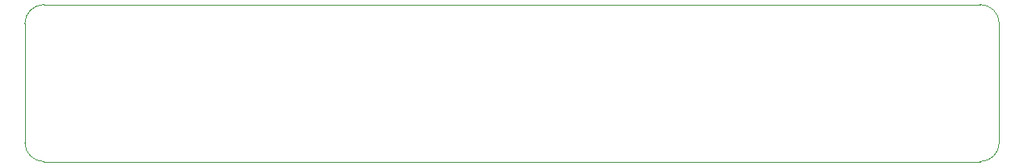
<source format=gbr>
%TF.GenerationSoftware,KiCad,Pcbnew,7.0.6*%
%TF.CreationDate,2023-09-19T22:06:04+01:00*%
%TF.ProjectId,MoonHub,4d6f6f6e-4875-4622-9e6b-696361645f70,rev?*%
%TF.SameCoordinates,Original*%
%TF.FileFunction,Profile,NP*%
%FSLAX46Y46*%
G04 Gerber Fmt 4.6, Leading zero omitted, Abs format (unit mm)*
G04 Created by KiCad (PCBNEW 7.0.6) date 2023-09-19 22:06:04*
%MOMM*%
%LPD*%
G01*
G04 APERTURE LIST*
%TA.AperFunction,Profile*%
%ADD10C,0.100000*%
%TD*%
G04 APERTURE END LIST*
D10*
X0Y-14500000D02*
X0Y-2000000D01*
X102000000Y-14500000D02*
X102000000Y-2000000D01*
X100000000Y-16500000D02*
G75*
G03*
X102000000Y-14500000I0J2000000D01*
G01*
X0Y-14500000D02*
G75*
G03*
X2000000Y-16500000I2000000J0D01*
G01*
X2000000Y0D02*
G75*
G03*
X0Y-2000000I-1J-1999999D01*
G01*
X102000000Y-2000000D02*
G75*
G03*
X100000000Y0I-2000000J0D01*
G01*
X2000000Y0D02*
X100000000Y0D01*
X100000000Y-16500000D02*
X2000000Y-16500000D01*
M02*

</source>
